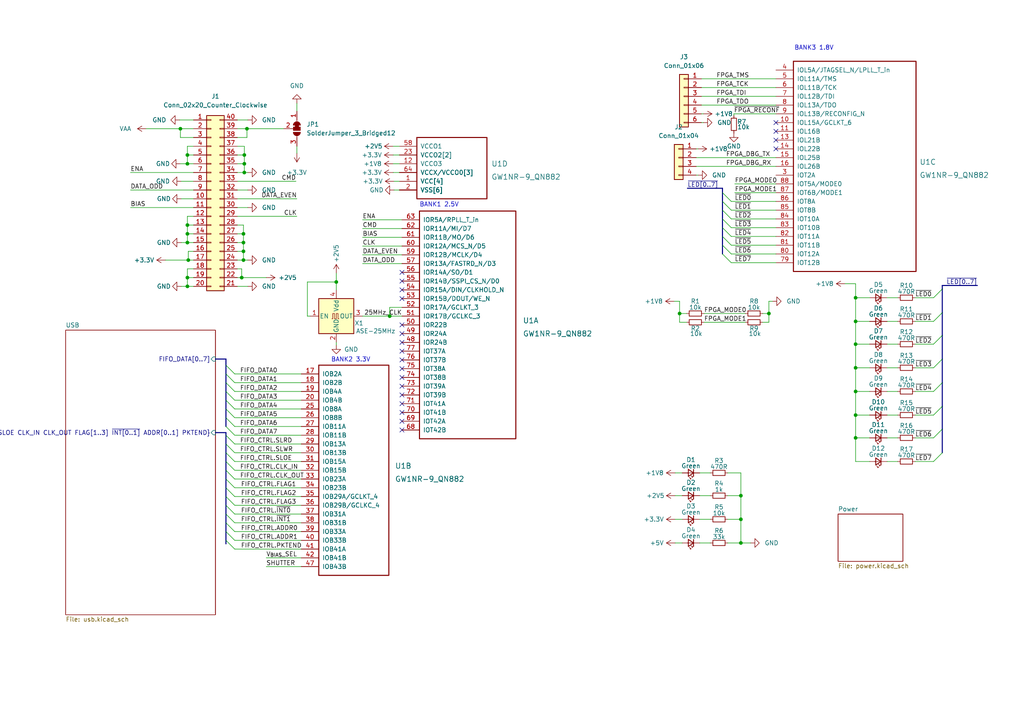
<source format=kicad_sch>
(kicad_sch (version 20211123) (generator eeschema)
  (paper "A4")
  (lib_symbols
    (symbol "Connector_Generic:Conn_01x04" (pin_names (offset 1.016) hide)
      (property "Reference" "J" (at 0 5.08 0))
      (property "Value" "Conn_01x04" (at 0 -7.62 0))
      (symbol "Conn_01x04_1_1"
        (pin passive line (at -5.08 2.54 0) (length 3.81) (name "Pin_1") (number "1"))
        (pin passive line (at -5.08 0 0) (length 3.81) (name "Pin_2") (number "2"))
        (pin passive line (at -5.08 -2.54 0) (length 3.81) (name "Pin_3") (number "3"))
        (pin passive line (at -5.08 -5.08 0) (length 3.81) (name "Pin_4") (number "4"))
      )
    )
    (symbol "Connector_Generic:Conn_01x06" (pin_names (offset 1.016) hide)
      (property "Reference" "J" (at 0 7.62 0))
      (property "Value" "Conn_01x06" (at 0 -10.16 0))
      (symbol "Conn_01x06_1_1"
        (pin passive line (at -5.08 5.08 0) (length 3.81) (name "Pin_1") (number "1"))
        (pin passive line (at -5.08 2.54 0) (length 3.81) (name "Pin_2") (number "2"))
        (pin passive line (at -5.08 0 0) (length 3.81) (name "Pin_3") (number "3"))
        (pin passive line (at -5.08 -2.54 0) (length 3.81) (name "Pin_4") (number "4"))
        (pin passive line (at -5.08 -5.08 0) (length 3.81) (name "Pin_5") (number "5"))
        (pin passive line (at -5.08 -7.62 0) (length 3.81) (name "Pin_6") (number "6"))
      )
    )
    (symbol "Connector_Generic:Conn_02x20_Counter_Clockwise" (pin_names (offset 1.016) hide)
      (property "Reference" "J" (at 1.27 25.4 0))
      (property "Value" "Conn_02x20_Counter_Clockwise" (at 1.27 -27.94 0))
      (symbol "Conn_02x20_Counter_Clockwise_1_1"
        (pin passive line (at -5.08 22.86 0) (length 3.81) (name "Pin_1") (number "1"))
        (pin passive line (at -5.08 0 0) (length 3.81) (name "Pin_10") (number "10"))
        (pin passive line (at -5.08 -2.54 0) (length 3.81) (name "Pin_11") (number "11"))
        (pin passive line (at -5.08 -5.08 0) (length 3.81) (name "Pin_12") (number "12"))
        (pin passive line (at -5.08 -7.62 0) (length 3.81) (name "Pin_13") (number "13"))
        (pin passive line (at -5.08 -10.16 0) (length 3.81) (name "Pin_14") (number "14"))
        (pin passive line (at -5.08 -12.7 0) (length 3.81) (name "Pin_15") (number "15"))
        (pin passive line (at -5.08 -15.24 0) (length 3.81) (name "Pin_16") (number "16"))
        (pin passive line (at -5.08 -17.78 0) (length 3.81) (name "Pin_17") (number "17"))
        (pin passive line (at -5.08 -20.32 0) (length 3.81) (name "Pin_18") (number "18"))
        (pin passive line (at -5.08 -22.86 0) (length 3.81) (name "Pin_19") (number "19"))
        (pin passive line (at -5.08 20.32 0) (length 3.81) (name "Pin_2") (number "2"))
        (pin passive line (at -5.08 -25.4 0) (length 3.81) (name "Pin_20") (number "20"))
        (pin passive line (at 7.62 -25.4 180) (length 3.81) (name "Pin_21") (number "21"))
        (pin passive line (at 7.62 -22.86 180) (length 3.81) (name "Pin_22") (number "22"))
        (pin passive line (at 7.62 -20.32 180) (length 3.81) (name "Pin_23") (number "23"))
        (pin passive line (at 7.62 -17.78 180) (length 3.81) (name "Pin_24") (number "24"))
        (pin passive line (at 7.62 -15.24 180) (length 3.81) (name "Pin_25") (number "25"))
        (pin passive line (at 7.62 -12.7 180) (length 3.81) (name "Pin_26") (number "26"))
        (pin passive line (at 7.62 -10.16 180) (length 3.81) (name "Pin_27") (number "27"))
        (pin passive line (at 7.62 -7.62 180) (length 3.81) (name "Pin_28") (number "28"))
        (pin passive line (at 7.62 -5.08 180) (length 3.81) (name "Pin_29") (number "29"))
        (pin passive line (at -5.08 17.78 0) (length 3.81) (name "Pin_3") (number "3"))
        (pin passive line (at 7.62 -2.54 180) (length 3.81) (name "Pin_30") (number "30"))
        (pin passive line (at 7.62 0 180) (length 3.81) (name "Pin_31") (number "31"))
        (pin passive line (at 7.62 2.54 180) (length 3.81) (name "Pin_32") (number "32"))
        (pin passive line (at 7.62 5.08 180) (length 3.81) (name "Pin_33") (number "33"))
        (pin passive line (at 7.62 7.62 180) (length 3.81) (name "Pin_34") (number "34"))
        (pin passive line (at 7.62 10.16 180) (length 3.81) (name "Pin_35") (number "35"))
        (pin passive line (at 7.62 12.7 180) (length 3.81) (name "Pin_36") (number "36"))
        (pin passive line (at 7.62 15.24 180) (length 3.81) (name "Pin_37") (number "37"))
        (pin passive line (at 7.62 17.78 180) (length 3.81) (name "Pin_38") (number "38"))
        (pin passive line (at 7.62 20.32 180) (length 3.81) (name "Pin_39") (number "39"))
        (pin passive line (at -5.08 15.24 0) (length 3.81) (name "Pin_4") (number "4"))
        (pin passive line (at 7.62 22.86 180) (length 3.81) (name "Pin_40") (number "40"))
        (pin passive line (at -5.08 12.7 0) (length 3.81) (name "Pin_5") (number "5"))
        (pin passive line (at -5.08 10.16 0) (length 3.81) (name "Pin_6") (number "6"))
        (pin passive line (at -5.08 7.62 0) (length 3.81) (name "Pin_7") (number "7"))
        (pin passive line (at -5.08 5.08 0) (length 3.81) (name "Pin_8") (number "8"))
        (pin passive line (at -5.08 2.54 0) (length 3.81) (name "Pin_9") (number "9"))
      )
    )
    (symbol "Device:LED_Small" (pin_numbers hide) (pin_names (offset 0.254) hide)
      (property "Reference" "D" (at -1.27 3.175 0))
      (property "Value" "LED_Small" (at -4.445 -2.54 0))
      (symbol "LED_Small_1_1"
        (pin passive line (at -2.54 0 0) (length 1.778) (name "K") (number "1"))
        (pin passive line (at 2.54 0 180) (length 1.778) (name "A") (number "2"))
      )
    )
    (symbol "Device:R_Small" (pin_numbers hide) (pin_names (offset 0.254) hide)
      (property "Reference" "R" (at 0.762 0.508 0))
      (property "Value" "R_Small" (at 0.762 -1.016 0))
      (symbol "R_Small_1_1"
        (pin passive line (at 0 2.54 270) (length 0.762) (name "~") (number "1"))
        (pin passive line (at 0 -2.54 90) (length 0.762) (name "~") (number "2"))
      )
    )
    (symbol "Jumper:SolderJumper_3_Bridged12" (pin_names (offset 0) hide)
      (property "Reference" "JP" (at -2.54 -2.54 0))
      (property "Value" "SolderJumper_3_Bridged12" (at 0 2.794 0))
      (symbol "SolderJumper_3_Bridged12_1_1"
        (pin passive line (at -5.08 0 0) (length 2.54) (name "A") (number "1"))
        (pin passive line (at 0 -3.81 90) (length 2.54) (name "C") (number "2"))
        (pin passive line (at 5.08 0 180) (length 2.54) (name "B") (number "3"))
      )
    )
    (symbol "Oscillator:ASE-xxxMHz" (pin_names (offset 0.254))
      (property "Reference" "X" (at -5.08 6.35 0))
      (property "Value" "ASE-xxxMHz" (at 1.27 -6.35 0))
      (symbol "ASE-xxxMHz_1_1"
        (pin input line (at -7.62 0 0) (length 2.54) (name "EN") (number "1"))
        (pin power_in line (at 0 -7.62 90) (length 2.54) (name "GND") (number "2"))
        (pin output line (at 7.62 0 180) (length 2.54) (name "OUT") (number "3"))
        (pin power_in line (at 0 7.62 270) (length 2.54) (name "Vdd") (number "4"))
      )
    )
    (symbol "gowin_fpga:GW1NR-9_QN882" (pin_names (offset 1.016))
      (property "Reference" "U" (at 5.08 6.35 0))
      (property "Value" "GW1NR-9_QN882" (at 5.08 3.81 0))
      (symbol "GW1NR-9_QN882_1_1"
        (pin bidirectional line (at 0 -35.56 0) (length 5.08) (name "IOR24B") (number "48"))
        (pin bidirectional line (at 0 -33.02 0) (length 5.08) (name "IOR24A") (number "49"))
        (pin bidirectional line (at 0 -30.48 0) (length 5.08) (name "IOR22B") (number "50"))
        (pin bidirectional line (at 0 -27.94 0) (length 5.08) (name "IOR17B/GCLKC_3") (number "51"))
        (pin bidirectional line (at 0 -25.4 0) (length 5.08) (name "IOR17A/GCLKT_3") (number "52"))
        (pin bidirectional line (at 0 -22.86 0) (length 5.08) (name "IOR15B/DOUT/WE_N") (number "53"))
        (pin bidirectional line (at 0 -20.32 0) (length 5.08) (name "IOR15A/DIN/CLKHOLD_N") (number "54"))
        (pin bidirectional line (at 0 -17.78 0) (length 5.08) (name "IOR14B/SSPI_CS_N/D0") (number "55"))
        (pin bidirectional line (at 0 -15.24 0) (length 5.08) (name "IOR14A/SO/D1") (number "56"))
        (pin bidirectional line (at 0 -12.7 0) (length 5.08) (name "IOR13A/FASTRD_N/D3") (number "57"))
        (pin bidirectional line (at 0 -10.16 0) (length 5.08) (name "IOR12B/MCLK/D4") (number "59"))
        (pin bidirectional line (at 0 -7.62 0) (length 5.08) (name "IOR12A/MCS_N/D5") (number "60"))
        (pin bidirectional line (at 0 -5.08 0) (length 5.08) (name "IOR11B/MO/D6") (number "61"))
        (pin bidirectional line (at 0 -2.54 0) (length 5.08) (name "IOR11A/MI/D7") (number "62"))
        (pin bidirectional line (at 0 0 0) (length 5.08) (name "IOR5A/RPLL_T_in") (number "63"))
        (pin bidirectional line (at 0 -60.96 0) (length 5.08) (name "IOT42B") (number "68"))
        (pin bidirectional line (at 0 -58.42 0) (length 5.08) (name "IOT42A") (number "69"))
        (pin bidirectional line (at 0 -55.88 0) (length 5.08) (name "IOT41B") (number "70"))
        (pin bidirectional line (at 0 -53.34 0) (length 5.08) (name "IOT41A") (number "71"))
        (pin bidirectional line (at 0 -50.8 0) (length 5.08) (name "IOT39B") (number "72"))
        (pin bidirectional line (at 0 -48.26 0) (length 5.08) (name "IOT39A") (number "73"))
        (pin bidirectional line (at 0 -45.72 0) (length 5.08) (name "IOT38B") (number "74"))
        (pin bidirectional line (at 0 -43.18 0) (length 5.08) (name "IOT38A") (number "75"))
        (pin bidirectional line (at 0 -40.64 0) (length 5.08) (name "IOT37B") (number "76"))
        (pin bidirectional line (at 0 -38.1 0) (length 5.08) (name "IOT37A") (number "77"))
      )
      (symbol "GW1NR-9_QN882_2_1"
        (pin bidirectional line (at 0 0 0) (length 5.08) (name "IOB2A") (number "17"))
        (pin bidirectional line (at 0 -2.54 0) (length 5.08) (name "IOB2B") (number "18"))
        (pin bidirectional line (at 0 -5.08 0) (length 5.08) (name "IOB4A") (number "19"))
        (pin bidirectional line (at 0 -7.62 0) (length 5.08) (name "IOB4B") (number "20"))
        (pin bidirectional line (at 0 -10.16 0) (length 5.08) (name "IOB8A") (number "25"))
        (pin bidirectional line (at 0 -12.7 0) (length 5.08) (name "IOB8B") (number "26"))
        (pin bidirectional line (at 0 -15.24 0) (length 5.08) (name "IOB11A") (number "27"))
        (pin bidirectional line (at 0 -17.78 0) (length 5.08) (name "IOB11B") (number "28"))
        (pin bidirectional line (at 0 -20.32 0) (length 5.08) (name "IOB13A") (number "29"))
        (pin bidirectional line (at 0 -22.86 0) (length 5.08) (name "IOB13B") (number "30"))
        (pin bidirectional line (at 0 -25.4 0) (length 5.08) (name "IOB15A") (number "31"))
        (pin bidirectional line (at 0 -27.94 0) (length 5.08) (name "IOB15B") (number "32"))
        (pin bidirectional line (at 0 -30.48 0) (length 5.08) (name "IOB23A") (number "33"))
        (pin bidirectional line (at 0 -33.02 0) (length 5.08) (name "IOB23B") (number "34"))
        (pin bidirectional line (at 0 -35.56 0) (length 5.08) (name "IOB29A/GCLKT_4") (number "35"))
        (pin bidirectional line (at 0 -38.1 0) (length 5.08) (name "IOB29B/GCLKC_4") (number "36"))
        (pin bidirectional line (at 0 -40.64 0) (length 5.08) (name "IOB31A") (number "37"))
        (pin bidirectional line (at 0 -43.18 0) (length 5.08) (name "IOB31B") (number "38"))
        (pin bidirectional line (at 0 -45.72 0) (length 5.08) (name "IOB33A") (number "39"))
        (pin bidirectional line (at 0 -48.26 0) (length 5.08) (name "IOB33B") (number "40"))
        (pin bidirectional line (at 0 -50.8 0) (length 5.08) (name "IOB41A") (number "41"))
        (pin bidirectional line (at 0 -53.34 0) (length 5.08) (name "IOB41B") (number "42"))
        (pin bidirectional line (at 0 -55.88 0) (length 5.08) (name "IOB43B") (number "47"))
      )
      (symbol "GW1NR-9_QN882_3_1"
        (pin bidirectional line (at 0 -15.24 0) (length 5.08) (name "IOL15A/GCLKT_6") (number "10"))
        (pin bidirectional line (at 0 -17.78 0) (length 5.08) (name "IOL16B") (number "11"))
        (pin bidirectional line (at 0 -20.32 0) (length 5.08) (name "IOL21B") (number "13"))
        (pin bidirectional line (at 0 -22.86 0) (length 5.08) (name "IOL22B") (number "14"))
        (pin bidirectional line (at 0 -25.4 0) (length 5.08) (name "IOL25B") (number "15"))
        (pin bidirectional line (at 0 -27.94 0) (length 5.08) (name "IOL26B") (number "16"))
        (pin bidirectional line (at 0 -30.48 0) (length 5.08) (name "IOT2A") (number "3"))
        (pin bidirectional line (at 0 0 0) (length 5.08) (name "IOL5A/JTAGSEL_N/LPLL_T_in") (number "4"))
        (pin bidirectional line (at 0 -2.54 0) (length 5.08) (name "IOL11A/TMS") (number "5"))
        (pin bidirectional line (at 0 -5.08 0) (length 5.08) (name "IOL11B/TCK") (number "6"))
        (pin bidirectional line (at 0 -7.62 0) (length 5.08) (name "IOL12B/TDI") (number "7"))
        (pin bidirectional line (at 0 -55.88 0) (length 5.08) (name "IOT12B") (number "79"))
        (pin bidirectional line (at 0 -10.16 0) (length 5.08) (name "IOL13A/TDO") (number "8"))
        (pin bidirectional line (at 0 -53.34 0) (length 5.08) (name "IOT12A") (number "80"))
        (pin bidirectional line (at 0 -50.8 0) (length 5.08) (name "IOT11B") (number "81"))
        (pin bidirectional line (at 0 -48.26 0) (length 5.08) (name "IOT11A") (number "82"))
        (pin bidirectional line (at 0 -45.72 0) (length 5.08) (name "IOT10B") (number "83"))
        (pin bidirectional line (at 0 -43.18 0) (length 5.08) (name "IOT10A") (number "84"))
        (pin bidirectional line (at 0 -40.64 0) (length 5.08) (name "IOT8B") (number "85"))
        (pin bidirectional line (at 0 -38.1 0) (length 5.08) (name "IOT8A") (number "86"))
        (pin bidirectional line (at 0 -35.56 0) (length 5.08) (name "IOT6B/MODE1") (number "87"))
        (pin bidirectional line (at 0 -33.02 0) (length 5.08) (name "IOT5A/MODE0") (number "88"))
        (pin bidirectional line (at 0 -12.7 0) (length 5.08) (name "IOL13B/RECONFIG_N") (number "9"))
      )
      (symbol "GW1NR-9_QN882_4_1"
        (pin power_in line (at 0 -10.16 0) (length 5.08) (name "VCC[4]") (number "1"))
        (pin power_in line (at 0 -5.08 0) (length 5.08) (name "VCCO3") (number "12"))
        (pin power_in line (at 0 -12.7 0) (length 5.08) (name "VSS[6]") (number "2"))
        (pin power_in line (at 0 -12.7 0) (length 5.08) (name "VSS[6]") (number "21"))
        (pin power_in line (at 0 -10.16 0) (length 5.08) (name "VCC[4]") (number "22"))
        (pin power_in line (at 0 -2.54 0) (length 5.08) (name "VCCO2[2]") (number "23"))
        (pin power_in line (at 0 -12.7 0) (length 5.08) (name "VSS[6]") (number "24"))
        (pin power_in line (at 0 -12.7 0) (length 5.08) (name "VSS[6]") (number "43"))
        (pin power_in line (at 0 -2.54 0) (length 5.08) (name "VCCO2[2]") (number "44"))
        (pin power_in line (at 0 -10.16 0) (length 5.08) (name "VCC[4]") (number "45"))
        (pin power_in line (at 0 -12.7 0) (length 5.08) (name "VSS[6]") (number "46"))
        (pin power_in line (at 0 0 0) (length 5.08) (name "VCCO1") (number "58"))
        (pin power_in line (at 0 -7.62 0) (length 5.08) (name "VCCX/VCCO0[3]") (number "64"))
        (pin power_in line (at 0 -12.7 0) (length 5.08) (name "VSS[6]") (number "65"))
        (pin power_in line (at 0 -10.16 0) (length 5.08) (name "VCC[4]") (number "66"))
        (pin power_in line (at 0 -7.62 0) (length 5.08) (name "VCCX/VCCO0[3]") (number "67"))
        (pin power_in line (at 0 -7.62 0) (length 5.08) (name "VCCX/VCCO0[3]") (number "78"))
      )
    )
    (symbol "power:+1V8" (power) (pin_names (offset 0))
      (property "Value" "+1V8" (at 0 3.556 0))
      (symbol "+1V8_1_1"
        (pin power_in line (at 0 0 90) (length 0) hide (name "+1V8") (number "1"))
      )
    )
    (symbol "power:+2V5" (power) (pin_names (offset 0))
      (property "Value" "+2V5" (at 0 3.556 0))
      (symbol "+2V5_1_1"
        (pin power_in line (at 0 0 90) (length 0) hide (name "+2V5") (number "1"))
      )
    )
    (symbol "power:+3.3V" (power) (pin_names (offset 0))
      (property "Value" "+3.3V" (at 0 3.556 0))
      (symbol "+3.3V_1_1"
        (pin power_in line (at 0 0 90) (length 0) hide (name "+3.3V") (number "1"))
      )
    )
    (symbol "power:+5V" (power) (pin_names (offset 0))
      (property "Value" "+5V" (at 0 3.556 0))
      (symbol "+5V_1_1"
        (pin power_in line (at 0 0 90) (length 0) hide (name "+5V") (number "1"))
      )
    )
    (symbol "power:GND" (power) (pin_names (offset 0))
      (property "Value" "GND" (at 0 -3.81 0))
      (symbol "GND_1_1"
        (pin power_in line (at 0 0 270) (length 0) hide (name "GND") (number "1"))
      )
    )
    (symbol "power:VAA" (power) (pin_names (offset 0))
      (property "Value" "VAA" (at 0 3.81 0))
      (symbol "VAA_1_1"
        (pin power_in line (at 0 0 90) (length 0) hide (name "VAA") (number "1"))
      )
    )
  )
  (junction (at 248.158 127))
  (junction (at 248.158 120.396))
  (junction (at 54.356 65.278))
  (junction (at 70.612 72.898))
  (junction (at 214.884 150.622))
  (junction (at 70.612 67.818))
  (junction (at 54.61 75.438))
  (junction (at 248.158 86.36))
  (junction (at 70.612 70.358))
  (junction (at 52.324 37.338))
  (junction (at 54.356 44.958))
  (junction (at 70.612 75.438))
  (junction (at 248.158 93.218))
  (junction (at 113.03 91.694))
  (junction (at 248.158 99.822))
  (junction (at 214.884 157.48))
  (junction (at 54.356 80.518))
  (junction (at 70.866 44.958))
  (junction (at 54.356 83.058))
  (junction (at 223.012 90.932))
  (junction (at 54.356 70.358))
  (junction (at 54.356 67.818))
  (junction (at 70.104 80.518))
  (junction (at 54.356 47.498))
  (junction (at 248.158 106.68))
  (junction (at 248.158 113.538))
  (junction (at 214.884 143.764))
  (junction (at 70.866 50.038))
  (junction (at 71.628 37.338))
  (junction (at 70.866 47.498))
  (junction (at 97.536 81.788))
  (junction (at 197.104 90.932))
  (no_connect (at 116.586 122.174))
  (no_connect (at 116.586 106.934))
  (no_connect (at 116.586 94.234))
  (no_connect (at 116.586 117.094))
  (no_connect (at 225.044 38.1))
  (no_connect (at 116.586 84.074))
  (no_connect (at 116.586 104.394))
  (no_connect (at 116.586 114.554))
  (no_connect (at 116.586 81.534))
  (no_connect (at 116.586 96.774))
  (no_connect (at 116.586 109.474))
  (no_connect (at 116.586 119.634))
  (no_connect (at 225.044 35.56))
  (no_connect (at 116.586 101.854))
  (no_connect (at 116.586 124.714))
  (no_connect (at 116.586 86.614))
  (no_connect (at 116.586 99.314))
  (no_connect (at 225.044 40.64))
  (no_connect (at 116.586 112.014))
  (no_connect (at 225.044 43.18))
  (no_connect (at 116.586 78.994))
  (bus_entry (at 273.304 97.282) (size -2.54 2.54))
  (bus_entry (at 65.532 156.718) (size 2.54 2.54))
  (bus_entry (at 273.304 104.14) (size -2.54 2.54))
  (bus_entry (at 209.55 68.58) (size 2.54 2.54))
  (bus_entry (at 273.304 124.46) (size -2.54 2.54))
  (bus_entry (at 209.55 71.12) (size 2.54 2.54))
  (bus_entry (at 65.532 123.698) (size 2.54 2.54))
  (bus_entry (at 65.532 116.078) (size 2.54 2.54))
  (bus_entry (at 65.532 128.778) (size 2.54 2.54))
  (bus_entry (at 273.304 131.318) (size -2.54 2.54))
  (bus_entry (at 273.304 110.998) (size -2.54 2.54))
  (bus_entry (at 65.532 118.618) (size 2.54 2.54))
  (bus_entry (at 209.55 58.42) (size 2.54 2.54))
  (bus_entry (at 65.532 133.858) (size 2.54 2.54))
  (bus_entry (at 65.532 113.538) (size 2.54 2.54))
  (bus_entry (at 65.532 136.398) (size 2.54 2.54))
  (bus_entry (at 65.532 154.178) (size 2.54 2.54))
  (bus_entry (at 209.55 73.66) (size 2.54 2.54))
  (bus_entry (at 65.532 105.918) (size 2.54 2.54))
  (bus_entry (at 65.532 121.158) (size 2.54 2.54))
  (bus_entry (at 65.532 126.238) (size 2.54 2.54))
  (bus_entry (at 65.532 141.478) (size 2.54 2.54))
  (bus_entry (at 273.304 83.82) (size -2.54 2.54))
  (bus_entry (at 65.532 108.458) (size 2.54 2.54))
  (bus_entry (at 65.532 131.318) (size 2.54 2.54))
  (bus_entry (at 65.532 138.938) (size 2.54 2.54))
  (bus_entry (at 209.55 55.88) (size 2.54 2.54))
  (bus_entry (at 65.532 149.098) (size 2.54 2.54))
  (bus_entry (at 65.532 146.558) (size 2.54 2.54))
  (bus_entry (at 209.55 63.5) (size 2.54 2.54))
  (bus_entry (at 273.304 117.856) (size -2.54 2.54))
  (bus_entry (at 65.532 144.018) (size 2.54 2.54))
  (bus_entry (at 273.304 90.678) (size -2.54 2.54))
  (bus_entry (at 65.532 151.638) (size 2.54 2.54))
  (bus_entry (at 209.55 60.96) (size 2.54 2.54))
  (bus_entry (at 209.55 66.04) (size 2.54 2.54))
  (bus_entry (at 65.532 110.998) (size 2.54 2.54))
  (wire (pts (xy 248.158 106.68) (xy 248.158 113.538)))
  (wire (pts (xy 77.216 161.798) (xy 87.376 161.798)))
  (wire (pts (xy 211.074 137.16) (xy 214.884 137.16)))
  (wire (pts (xy 204.216 90.932) (xy 216.154 90.932)))
  (wire (pts (xy 68.072 138.938) (xy 87.376 138.938)))
  (wire (pts (xy 248.158 106.68) (xy 252.222 106.68)))
  (wire (pts (xy 105.156 71.374) (xy 116.586 71.374)))
  (wire (pts (xy 114.3 55.118) (xy 115.824 55.118)))
  (wire (pts (xy 68.834 34.798) (xy 71.882 34.798)))
  (wire (pts (xy 248.158 86.36) (xy 248.158 93.218)))
  (wire (pts (xy 68.834 57.658) (xy 86.106 57.658)))
  (wire (pts (xy 257.302 113.538) (xy 260.35 113.538)))
  (bus (pts (xy 65.532 104.14) (xy 65.532 105.918)))
  (wire (pts (xy 105.156 73.914) (xy 116.586 73.914)))
  (wire (pts (xy 265.43 127) (xy 270.764 127)))
  (wire (pts (xy 70.866 42.418) (xy 70.866 44.958)))
  (wire (pts (xy 265.43 133.858) (xy 270.764 133.858)))
  (wire (pts (xy 54.356 70.358) (xy 56.134 70.358)))
  (wire (pts (xy 54.61 75.438) (xy 56.134 75.438)))
  (wire (pts (xy 105.156 68.834) (xy 116.586 68.834)))
  (wire (pts (xy 248.158 127) (xy 252.222 127)))
  (wire (pts (xy 68.834 39.878) (xy 71.628 39.878)))
  (wire (pts (xy 37.846 50.038) (xy 56.134 50.038)))
  (wire (pts (xy 257.302 93.218) (xy 260.35 93.218)))
  (bus (pts (xy 209.55 66.04) (xy 209.55 68.58)))
  (wire (pts (xy 71.628 37.338) (xy 82.296 37.338)))
  (bus (pts (xy 65.532 126.238) (xy 65.532 128.778)))
  (wire (pts (xy 248.158 113.538) (xy 248.158 120.396)))
  (wire (pts (xy 89.154 91.694) (xy 89.916 91.694)))
  (wire (pts (xy 195.834 137.16) (xy 197.866 137.16)))
  (wire (pts (xy 70.866 44.958) (xy 70.866 47.498)))
  (bus (pts (xy 65.532 113.538) (xy 65.532 116.078)))
  (wire (pts (xy 68.072 159.258) (xy 87.376 159.258)))
  (wire (pts (xy 54.356 44.958) (xy 56.134 44.958)))
  (wire (pts (xy 68.834 75.438) (xy 70.612 75.438)))
  (wire (pts (xy 212.852 33.02) (xy 225.044 33.02)))
  (wire (pts (xy 195.834 150.622) (xy 197.866 150.622)))
  (wire (pts (xy 68.834 67.818) (xy 70.612 67.818)))
  (wire (pts (xy 68.072 110.998) (xy 87.376 110.998)))
  (bus (pts (xy 209.55 54.61) (xy 199.39 54.61)))
  (wire (pts (xy 113.03 89.154) (xy 113.03 91.694)))
  (wire (pts (xy 214.884 137.16) (xy 214.884 143.764)))
  (wire (pts (xy 68.072 113.538) (xy 87.376 113.538)))
  (wire (pts (xy 248.158 120.396) (xy 248.158 127)))
  (wire (pts (xy 71.628 37.338) (xy 68.834 37.338)))
  (wire (pts (xy 37.846 55.118) (xy 56.134 55.118)))
  (wire (pts (xy 213.106 55.88) (xy 225.044 55.88)))
  (wire (pts (xy 203.454 22.86) (xy 225.044 22.86)))
  (wire (pts (xy 37.846 60.198) (xy 56.134 60.198)))
  (bus (pts (xy 65.532 138.938) (xy 65.532 141.478)))
  (wire (pts (xy 68.834 62.738) (xy 86.106 62.738)))
  (wire (pts (xy 212.852 33.02) (xy 212.852 33.528)))
  (bus (pts (xy 65.532 131.318) (xy 65.532 133.858)))
  (wire (pts (xy 70.104 80.518) (xy 77.216 80.518)))
  (wire (pts (xy 114.046 44.958) (xy 115.824 44.958)))
  (wire (pts (xy 212.09 60.96) (xy 225.044 60.96)))
  (wire (pts (xy 70.612 72.898) (xy 70.612 75.438)))
  (wire (pts (xy 54.61 72.898) (xy 54.61 75.438)))
  (wire (pts (xy 52.324 47.498) (xy 54.356 47.498)))
  (wire (pts (xy 97.536 99.314) (xy 97.536 100.076)))
  (wire (pts (xy 248.158 120.396) (xy 252.222 120.396)))
  (wire (pts (xy 68.072 118.618) (xy 87.376 118.618)))
  (wire (pts (xy 202.946 150.622) (xy 205.994 150.622)))
  (wire (pts (xy 204.216 93.472) (xy 216.154 93.472)))
  (bus (pts (xy 273.304 97.282) (xy 273.304 104.14)))
  (wire (pts (xy 265.43 113.538) (xy 270.764 113.538)))
  (wire (pts (xy 248.158 93.218) (xy 248.158 99.822)))
  (wire (pts (xy 202.946 143.764) (xy 205.994 143.764)))
  (bus (pts (xy 273.304 82.804) (xy 283.464 82.804)))
  (bus (pts (xy 65.532 121.158) (xy 65.532 123.698)))
  (wire (pts (xy 257.302 133.858) (xy 260.35 133.858)))
  (wire (pts (xy 70.612 65.278) (xy 70.612 67.818)))
  (wire (pts (xy 214.884 150.622) (xy 214.884 157.48)))
  (wire (pts (xy 68.072 133.858) (xy 87.376 133.858)))
  (wire (pts (xy 197.104 93.472) (xy 197.104 90.932)))
  (wire (pts (xy 223.012 87.376) (xy 224.028 87.376)))
  (wire (pts (xy 211.074 150.622) (xy 214.884 150.622)))
  (bus (pts (xy 65.532 154.178) (xy 65.532 156.718)))
  (wire (pts (xy 248.158 133.858) (xy 252.222 133.858)))
  (bus (pts (xy 65.532 133.858) (xy 65.532 136.398)))
  (wire (pts (xy 68.072 151.638) (xy 87.376 151.638)))
  (wire (pts (xy 54.356 62.738) (xy 56.134 62.738)))
  (wire (pts (xy 114.046 42.418) (xy 115.824 42.418)))
  (wire (pts (xy 105.156 76.454) (xy 116.586 76.454)))
  (wire (pts (xy 68.834 65.278) (xy 70.612 65.278)))
  (wire (pts (xy 68.834 72.898) (xy 70.612 72.898)))
  (wire (pts (xy 56.134 42.418) (xy 54.356 42.418)))
  (bus (pts (xy 273.304 124.46) (xy 273.304 131.318)))
  (bus (pts (xy 273.304 83.82) (xy 273.304 90.678)))
  (wire (pts (xy 113.03 91.694) (xy 116.586 91.694)))
  (bus (pts (xy 65.532 136.398) (xy 65.532 138.938)))
  (wire (pts (xy 248.158 99.822) (xy 252.222 99.822)))
  (wire (pts (xy 203.454 25.4) (xy 225.044 25.4)))
  (wire (pts (xy 68.834 47.498) (xy 70.866 47.498)))
  (wire (pts (xy 223.012 93.472) (xy 223.012 90.932)))
  (bus (pts (xy 65.532 156.718) (xy 65.532 157.734)))
  (wire (pts (xy 52.324 37.338) (xy 56.134 37.338)))
  (bus (pts (xy 65.532 146.558) (xy 65.532 149.098)))
  (wire (pts (xy 195.834 143.764) (xy 197.866 143.764)))
  (bus (pts (xy 209.55 58.42) (xy 209.55 60.96)))
  (bus (pts (xy 62.484 104.14) (xy 65.532 104.14)))
  (wire (pts (xy 68.834 55.118) (xy 71.882 55.118)))
  (wire (pts (xy 211.074 143.764) (xy 214.884 143.764)))
  (wire (pts (xy 54.356 65.278) (xy 56.134 65.278)))
  (wire (pts (xy 70.866 50.038) (xy 71.882 50.038)))
  (wire (pts (xy 221.234 90.932) (xy 223.012 90.932)))
  (wire (pts (xy 42.418 37.338) (xy 52.324 37.338)))
  (wire (pts (xy 105.156 91.694) (xy 113.03 91.694)))
  (wire (pts (xy 68.072 141.478) (xy 87.376 141.478)))
  (wire (pts (xy 248.158 82.296) (xy 248.158 86.36)))
  (bus (pts (xy 209.55 55.88) (xy 209.55 58.42)))
  (bus (pts (xy 65.532 118.618) (xy 65.532 121.158)))
  (bus (pts (xy 65.532 110.998) (xy 65.532 113.538)))
  (wire (pts (xy 114.046 47.498) (xy 115.824 47.498)))
  (wire (pts (xy 265.43 99.822) (xy 270.764 99.822)))
  (wire (pts (xy 214.884 143.764) (xy 214.884 150.622)))
  (wire (pts (xy 265.43 120.396) (xy 270.764 120.396)))
  (wire (pts (xy 265.43 93.218) (xy 270.764 93.218)))
  (wire (pts (xy 116.586 89.154) (xy 113.03 89.154)))
  (wire (pts (xy 257.302 106.68) (xy 260.35 106.68)))
  (bus (pts (xy 65.532 141.478) (xy 65.532 144.018)))
  (wire (pts (xy 71.628 39.878) (xy 71.628 37.338)))
  (wire (pts (xy 68.072 146.558) (xy 87.376 146.558)))
  (bus (pts (xy 209.55 63.5) (xy 209.55 66.04)))
  (wire (pts (xy 77.216 164.338) (xy 87.376 164.338)))
  (wire (pts (xy 54.356 44.958) (xy 54.356 47.498)))
  (wire (pts (xy 213.106 53.34) (xy 225.044 53.34)))
  (wire (pts (xy 212.09 71.12) (xy 225.044 71.12)))
  (wire (pts (xy 52.578 83.058) (xy 54.356 83.058)))
  (wire (pts (xy 197.104 90.932) (xy 197.104 87.376)))
  (wire (pts (xy 68.834 60.198) (xy 71.882 60.198)))
  (wire (pts (xy 265.43 86.36) (xy 270.764 86.36)))
  (wire (pts (xy 212.09 76.2) (xy 225.044 76.2)))
  (bus (pts (xy 273.304 110.998) (xy 273.304 117.856)))
  (wire (pts (xy 212.09 68.58) (xy 225.044 68.58)))
  (wire (pts (xy 248.158 86.36) (xy 252.222 86.36)))
  (bus (pts (xy 209.55 54.61) (xy 209.55 55.88)))
  (wire (pts (xy 203.454 35.56) (xy 203.962 35.56)))
  (wire (pts (xy 197.104 90.932) (xy 199.136 90.932)))
  (wire (pts (xy 54.356 67.818) (xy 54.356 70.358)))
  (wire (pts (xy 248.158 93.218) (xy 252.222 93.218)))
  (bus (pts (xy 65.532 149.098) (xy 65.532 151.638)))
  (wire (pts (xy 201.93 48.26) (xy 225.044 48.26)))
  (wire (pts (xy 257.302 120.396) (xy 260.35 120.396)))
  (wire (pts (xy 221.234 93.472) (xy 223.012 93.472)))
  (wire (pts (xy 68.834 52.578) (xy 85.852 52.578)))
  (wire (pts (xy 68.072 136.398) (xy 87.376 136.398)))
  (bus (pts (xy 209.55 68.58) (xy 209.55 71.12)))
  (wire (pts (xy 54.356 83.058) (xy 56.134 83.058)))
  (bus (pts (xy 209.55 71.12) (xy 209.55 73.66)))
  (bus (pts (xy 209.55 60.96) (xy 209.55 63.5)))
  (bus (pts (xy 62.484 125.476) (xy 65.532 125.476)))
  (wire (pts (xy 201.93 50.8) (xy 202.438 50.8)))
  (wire (pts (xy 54.356 65.278) (xy 54.356 67.818)))
  (bus (pts (xy 65.532 144.018) (xy 65.532 146.558)))
  (wire (pts (xy 214.884 157.48) (xy 217.678 157.48)))
  (wire (pts (xy 68.834 42.418) (xy 70.866 42.418)))
  (wire (pts (xy 56.134 39.878) (xy 52.324 39.878)))
  (bus (pts (xy 273.304 82.804) (xy 273.304 83.82)))
  (wire (pts (xy 68.072 144.018) (xy 87.376 144.018)))
  (bus (pts (xy 273.304 104.14) (xy 273.304 110.998)))
  (wire (pts (xy 86.106 29.972) (xy 86.106 32.258)))
  (wire (pts (xy 202.946 157.48) (xy 205.994 157.48)))
  (wire (pts (xy 97.536 79.248) (xy 97.536 81.788)))
  (wire (pts (xy 201.93 43.18) (xy 202.438 43.18)))
  (wire (pts (xy 52.578 52.578) (xy 56.134 52.578)))
  (wire (pts (xy 197.104 87.376) (xy 195.58 87.376)))
  (wire (pts (xy 202.946 137.16) (xy 205.994 137.16)))
  (bus (pts (xy 65.532 105.918) (xy 65.532 108.458)))
  (wire (pts (xy 68.834 83.058) (xy 71.882 83.058)))
  (wire (pts (xy 199.136 93.472) (xy 197.104 93.472)))
  (bus (pts (xy 65.532 128.778) (xy 65.532 131.318)))
  (wire (pts (xy 105.156 63.754) (xy 116.586 63.754)))
  (wire (pts (xy 203.454 27.94) (xy 225.044 27.94)))
  (wire (pts (xy 54.356 77.978) (xy 54.356 80.518)))
  (wire (pts (xy 70.612 70.358) (xy 70.612 72.898)))
  (bus (pts (xy 65.532 125.476) (xy 65.532 126.238)))
  (wire (pts (xy 54.356 67.818) (xy 56.134 67.818)))
  (wire (pts (xy 68.072 156.718) (xy 87.376 156.718)))
  (wire (pts (xy 257.302 86.36) (xy 260.35 86.36)))
  (wire (pts (xy 212.09 73.66) (xy 225.044 73.66)))
  (wire (pts (xy 203.454 30.48) (xy 225.044 30.48)))
  (wire (pts (xy 68.834 70.358) (xy 70.612 70.358)))
  (wire (pts (xy 52.578 57.658) (xy 56.134 57.658)))
  (wire (pts (xy 52.578 70.358) (xy 54.356 70.358)))
  (bus (pts (xy 65.532 116.078) (xy 65.532 118.618)))
  (wire (pts (xy 105.156 66.294) (xy 116.586 66.294)))
  (wire (pts (xy 68.072 116.078) (xy 87.376 116.078)))
  (wire (pts (xy 54.356 80.518) (xy 56.134 80.518)))
  (wire (pts (xy 54.356 62.738) (xy 54.356 65.278)))
  (wire (pts (xy 248.158 127) (xy 248.158 133.858)))
  (wire (pts (xy 48.006 75.438) (xy 54.61 75.438)))
  (bus (pts (xy 273.304 117.856) (xy 273.304 124.46)))
  (wire (pts (xy 211.074 157.48) (xy 214.884 157.48)))
  (wire (pts (xy 68.834 44.958) (xy 70.866 44.958)))
  (wire (pts (xy 70.612 67.818) (xy 70.612 70.358)))
  (wire (pts (xy 68.072 123.698) (xy 87.376 123.698)))
  (wire (pts (xy 54.356 47.498) (xy 56.134 47.498)))
  (bus (pts (xy 65.532 151.638) (xy 65.532 154.178)))
  (bus (pts (xy 273.304 90.678) (xy 273.304 97.282)))
  (wire (pts (xy 68.834 77.978) (xy 70.104 77.978)))
  (wire (pts (xy 70.104 77.978) (xy 70.104 80.518)))
  (wire (pts (xy 68.834 50.038) (xy 70.866 50.038)))
  (wire (pts (xy 68.072 121.158) (xy 87.376 121.158)))
  (wire (pts (xy 257.302 99.822) (xy 260.35 99.822)))
  (wire (pts (xy 212.09 63.5) (xy 225.044 63.5)))
  (wire (pts (xy 212.09 66.04) (xy 225.044 66.04)))
  (wire (pts (xy 203.454 33.02) (xy 203.962 33.02)))
  (wire (pts (xy 68.072 131.318) (xy 87.376 131.318)))
  (wire (pts (xy 97.536 81.788) (xy 89.154 81.788)))
  (wire (pts (xy 212.09 58.42) (xy 225.044 58.42)))
  (wire (pts (xy 89.154 81.788) (xy 89.154 91.694)))
  (wire (pts (xy 68.072 126.238) (xy 87.376 126.238)))
  (wire (pts (xy 56.134 72.898) (xy 54.61 72.898)))
  (wire (pts (xy 56.134 77.978) (xy 54.356 77.978)))
  (wire (pts (xy 70.612 75.438) (xy 71.882 75.438)))
  (wire (pts (xy 54.356 80.518) (xy 54.356 83.058)))
  (wire (pts (xy 68.072 108.458) (xy 87.376 108.458)))
  (wire (pts (xy 248.158 99.822) (xy 248.158 106.68)))
  (wire (pts (xy 248.158 113.538) (xy 252.222 113.538)))
  (wire (pts (xy 70.866 47.498) (xy 70.866 50.038)))
  (wire (pts (xy 97.536 81.788) (xy 97.536 84.074)))
  (wire (pts (xy 245.11 82.296) (xy 248.158 82.296)))
  (wire (pts (xy 86.106 42.418) (xy 86.106 44.45)))
  (wire (pts (xy 70.104 80.518) (xy 68.834 80.518)))
  (wire (pts (xy 265.43 106.68) (xy 270.764 106.68)))
  (wire (pts (xy 52.324 39.878) (xy 52.324 37.338)))
  (wire (pts (xy 114.3 52.578) (xy 115.824 52.578)))
  (wire (pts (xy 114.046 50.038) (xy 115.824 50.038)))
  (bus (pts (xy 65.532 108.458) (xy 65.532 110.998)))
  (wire (pts (xy 54.356 42.418) (xy 54.356 44.958)))
  (wire (pts (xy 195.834 157.48) (xy 197.866 157.48)))
  (wire (pts (xy 68.072 128.778) (xy 87.376 128.778)))
  (wire (pts (xy 68.072 154.178) (xy 87.376 154.178)))
  (wire (pts (xy 257.302 127) (xy 260.35 127)))
  (wire (pts (xy 223.012 90.932) (xy 223.012 87.376)))
  (wire (pts (xy 201.93 45.72) (xy 225.044 45.72)))
  (wire (pts (xy 52.07 34.798) (xy 56.134 34.798)))
  (wire (pts (xy 68.072 149.098) (xy 87.376 149.098)))
  (text "BANK3 1.8V" (at 230.378 14.732 0) (effects (font (size 1.27 1.27)) (justify left bottom)))
  (text "BANK1 2.5V\n" (at 121.666 60.198 0) (effects (font (size 1.27 1.27)) (justify left bottom)))
  (text "BANK2 3.3V" (at 96.012 105.156 0) (effects (font (size 1.27 1.27)) (justify left bottom)))
  (label "~{LED5}" (at 217.932 71.12 180))
  (label "FIFO_CTRL.CLK_IN" (at 69.596 136.398 0))
  (label "~{LED0}" (at 265.43 86.36 0))
  (label "FIFO_CTRL.PKTEND" (at 69.85 159.258 0))
  (label "FIFO_CTRL.SLWR" (at 69.596 131.318 0))
  (label "~{LED2}" (at 217.932 63.5 180))
  (label "FIFO_DATA3" (at 69.596 116.078 0))
  (label "DATA_ODD" (at 37.846 55.118 0))
  (label "FIFO_CTRL.CLK_OUT" (at 69.596 138.938 0))
  (label "FPGA_DBG_TX" (at 210.566 45.72 0))
  (label "FIFO_CTRL.~{INT1}" (at 69.85 151.638 0))
  (label "BIAS" (at 37.846 60.198 0))
  (label "FPGA_TMS" (at 207.772 22.86 0))
  (label "BIAS" (at 105.156 68.834 0))
  (label "~{LED[0..7]}" (at 199.39 54.61 0))
  (label "FIFO_DATA1" (at 69.596 110.998 0))
  (label "FPGA_MODE0" (at 204.216 90.932 0))
  (label "~{LED[0..7]}" (at 283.464 82.804 180))
  (label "DATA_EVEN" (at 105.156 73.914 0))
  (label "~{LED4}" (at 217.932 68.58 180))
  (label "25MHz_CLK" (at 116.586 91.694 180))
  (label "~{LED6}" (at 217.932 73.66 180))
  (label "FIFO_CTRL.FLAG3" (at 69.85 146.558 0))
  (label "~{LED2}" (at 265.43 99.822 0))
  (label "DATA_EVEN" (at 86.106 57.658 180))
  (label "FIFO_CTRL.SLOE" (at 69.596 133.858 0))
  (label "~{LED1}" (at 217.932 60.96 180))
  (label "~{LED3}" (at 265.43 106.68 0))
  (label "FIFO_CTRL.~{INT0}" (at 69.85 149.098 0))
  (label "DATA_ODD" (at 105.156 76.454 0))
  (label "FPGA_MODE0" (at 213.106 53.34 0))
  (label "~{FPGA_RECONF}" (at 212.852 33.02 0))
  (label "FPGA_TDO" (at 207.772 30.48 0))
  (label "FPGA_MODE1" (at 213.106 55.88 0))
  (label "~{LED6}" (at 265.43 127 0))
  (label "FIFO_CTRL.ADDR0" (at 69.85 154.178 0))
  (label "FIFO_CTRL.ADDR1" (at 69.85 156.718 0))
  (label "CLK" (at 86.106 62.738 180))
  (label "FIFO_DATA5" (at 69.596 121.158 0))
  (label "~{LED4}" (at 265.43 113.538 0))
  (label "FIFO_DATA0" (at 69.596 108.458 0))
  (label "ENA" (at 37.846 50.038 0))
  (label "CLK" (at 105.156 71.374 0))
  (label "FIFO_CTRL.SLRD" (at 69.596 128.778 0))
  (label "~{LED7}" (at 265.43 133.858 0))
  (label "~{LED3}" (at 217.932 66.04 180))
  (label "FIFO_DATA2" (at 69.596 113.538 0))
  (label "~{LED0}" (at 217.932 58.42 180))
  (label "FPGA_DBG_RX" (at 210.566 48.26 0))
  (label "CMD" (at 85.852 52.578 180))
  (label "FIFO_DATA4" (at 69.596 118.618 0))
  (label "~{LED7}" (at 217.932 76.2 180))
  (label "~{LED1}" (at 265.43 93.218 0))
  (label "FPGA_TDI" (at 207.772 27.94 0))
  (label "V_{BIAS}_SEL" (at 77.216 161.798 0))
  (label "FIFO_DATA6" (at 69.596 123.698 0))
  (label "FPGA_MODE1" (at 204.216 93.472 0))
  (label "SHUTTER" (at 77.216 164.338 0))
  (label "FIFO_DATA7" (at 69.596 126.238 0))
  (label "ENA" (at 105.156 63.754 0))
  (label "FIFO_CTRL.FLAG1" (at 69.85 141.478 0))
  (label "~{LED5}" (at 265.43 120.396 0))
  (label "FPGA_TCK" (at 207.772 25.4 0))
  (label "CMD" (at 105.156 66.294 0))
  (label "FIFO_CTRL.FLAG2" (at 69.85 144.018 0))
  (symbol (lib_id "power:GND") (at 114.3 55.118 270) (unit 1)
    (property "Reference" "#PWR025" (effects hide))
    (property "Value" "GND" (at 107.188 55.118 90) (effects (justify left)))
  )
  (symbol (lib_id "power:VAA") (at 42.418 37.338 90) (unit 1)
    (property "Reference" "#PWR01" (effects hide))
    (property "Value" "VAA" (at 38.1 37.3379 90) (effects (justify left)))
  )
  (symbol (lib_id "power:GND") (at 71.882 75.438 90) (unit 1)
    (property "Reference" "#PWR013" (effects hide))
    (property "Value" "GND" (at 75.946 75.4379 90) (effects (justify right)))
  )
  (symbol (lib_id "power:GND") (at 52.578 83.058 270) (unit 1)
    (property "Reference" "#PWR08" (effects hide))
    (property "Value" "GND" (at 45.466 83.058 90) (effects (justify left)))
  )
  (symbol (lib_id "Device:LED_Small") (at 200.406 157.48 180) (unit 1)
    (property "Reference" "D4" (at 200.406 153.67 0))
    (property "Value" "Green" (at 200.406 155.448 0))
    (property "Footprint" "LED_SMD:LED_0402_1005Metric" (effects hide))
  )
  (symbol (lib_id "power:GND") (at 224.028 87.376 90) (unit 1)
    (property "Reference" "#PWR037" (effects hide))
    (property "Value" "GND" (at 228.092 87.3759 90) (effects (justify right)))
  )
  (symbol (lib_id "power:GND") (at 212.852 38.608 0) (unit 1)
    (property "Reference" "#PWR035" (effects hide))
    (property "Value" "GND" (at 210.82 42.418 0) (effects (justify left)))
  )
  (symbol (lib_id "Device:R_Small") (at 262.89 127 90) (unit 1)
    (property "Reference" "R16" (at 262.89 123.444 90))
    (property "Value" "470R" (at 262.89 125.222 90))
    (property "Footprint" "Resistor_SMD:R_0402_1005Metric" (effects hide))
  )
  (symbol (lib_id "power:+2V5") (at 195.834 143.764 90) (unit 1)
    (property "Reference" "#PWR028" (effects hide))
    (property "Value" "+2V5" (at 187.452 143.764 90) (effects (justify right)))
  )
  (symbol (lib_id "power:GND") (at 71.882 55.118 90) (unit 1)
    (property "Reference" "#PWR011" (effects hide))
    (property "Value" "GND" (at 75.946 55.1179 90) (effects (justify right)))
  )
  (symbol (lib_id "Connector_Generic:Conn_01x06") (at 198.374 27.94 0) (mirror y) (unit 1)
    (property "Reference" "J3" (at 198.374 16.51 0))
    (property "Value" "Conn_01x06" (at 198.374 19.05 0))
    (property "Footprint" "Connector_PinHeader_2.54mm:PinHeader_1x06_P2.54mm_Vertical" (effects hide))
  )
  (symbol (lib_id "power:+2V5") (at 77.216 80.518 270) (unit 1)
    (property "Reference" "#PWR015" (effects hide))
    (property "Value" "+2V5" (at 80.772 80.5179 90) (effects (justify left)))
  )
  (symbol (lib_id "power:GND") (at 52.324 47.498 270) (unit 1)
    (property "Reference" "#PWR04" (effects hide))
    (property "Value" "GND" (at 45.212 47.498 90) (effects (justify left)))
  )
  (symbol (lib_id "Device:R_Small") (at 218.694 90.932 90) (unit 1)
    (property "Reference" "R8" (at 218.694 87.376 90))
    (property "Value" "10k" (at 218.694 89.154 90))
    (property "Footprint" "Resistor_SMD:R_0402_1005Metric" (effects hide))
  )
  (symbol (lib_id "power:+3.3V") (at 86.106 44.45 180) (unit 1)
    (property "Reference" "#PWR017" (effects hide))
    (property "Value" "+3.3V" (at 86.106 50.038 0))
  )
  (symbol (lib_id "gowin_fpga:GW1NR-9_QN882") (at 225.044 20.32 0) (unit 3)
    (property "Reference" "U1" (at 266.7 46.99 0) (effects (font (size 1.524 1.524)) (justify left)))
    (property "Value" "GW1NR-9_QN882" (at 266.7 50.8 0) (effects (font (size 1.524 1.524)) (justify left)))
    (property "Footprint" "Custom:QFN-88_EP_10x10_Pitch0.4mm" (effects hide))
    (property "desc" "GW1NR-9_QN882" (effects hide))
  )
  (symbol (lib_id "Device:R_Small") (at 262.89 133.858 90) (unit 1)
    (property "Reference" "R17" (at 262.89 130.302 90))
    (property "Value" "470R" (at 262.89 132.08 90))
    (property "Footprint" "Resistor_SMD:R_0402_1005Metric" (effects hide))
  )
  (symbol (lib_id "power:+2V5") (at 114.046 42.418 90) (unit 1)
    (property "Reference" "#PWR020" (effects hide))
    (property "Value" "+2V5" (at 105.664 42.418 90) (effects (justify right)))
  )
  (symbol (lib_id "power:GND") (at 52.07 34.798 270) (unit 1)
    (property "Reference" "#PWR03" (effects hide))
    (property "Value" "GND" (at 48.26 34.7979 90) (effects (justify right)))
  )
  (symbol (lib_id "gowin_fpga:GW1NR-9_QN882") (at 87.376 108.458 0) (unit 2)
    (property "Reference" "U1" (at 114.554 135.128 0) (effects (font (size 1.524 1.524)) (justify left)))
    (property "Value" "GW1NR-9_QN882" (at 114.554 138.938 0) (effects (font (size 1.524 1.524)) (justify left)))
    (property "Footprint" "Custom:QFN-88_EP_10x10_Pitch0.4mm" (effects hide))
    (property "desc" "GW1NR-9_QN882" (effects hide))
  )
  (symbol (lib_id "Device:R_Small") (at 208.534 137.16 90) (unit 1)
    (property "Reference" "R3" (at 208.534 133.604 90))
    (property "Value" "470R" (at 208.534 135.382 90))
    (property "Footprint" "Resistor_SMD:R_0402_1005Metric" (effects hide))
  )
  (symbol (lib_id "Device:R_Small") (at 262.89 86.36 90) (unit 1)
    (property "Reference" "R10" (at 262.89 82.804 90))
    (property "Value" "470R" (at 262.89 84.582 90))
    (property "Footprint" "Resistor_SMD:R_0402_1005Metric" (effects hide))
  )
  (symbol (lib_id "power:+2V5") (at 97.536 79.248 0) (unit 1)
    (property "Reference" "#PWR018" (effects hide))
    (property "Value" "+2V5" (at 97.536 70.866 90) (effects (justify right)))
  )
  (symbol (lib_id "power:GND") (at 52.578 57.658 270) (unit 1)
    (property "Reference" "#PWR06" (effects hide))
    (property "Value" "GND" (at 45.466 57.658 90) (effects (justify left)))
  )
  (symbol (lib_id "power:+5V") (at 195.834 157.48 90) (unit 1)
    (property "Reference" "#PWR030" (effects hide))
    (property "Value" "+5V" (at 188.468 157.48 90) (effects (justify right)))
  )
  (symbol (lib_id "Device:LED_Small") (at 200.406 137.16 180) (unit 1)
    (property "Reference" "D1" (at 200.406 133.35 0))
    (property "Value" "Green" (at 200.406 135.128 0))
    (property "Footprint" "LED_SMD:LED_0402_1005Metric" (effects hide))
  )
  (symbol (lib_id "power:+3.3V") (at 114.046 44.958 90) (unit 1)
    (property "Reference" "#PWR021" (effects hide))
    (property "Value" "+3.3V" (at 104.902 44.958 90) (effects (justify right)))
  )
  (symbol (lib_id "Device:R_Small") (at 218.694 93.472 90) (unit 1)
    (property "Reference" "R9" (at 218.694 95.25 90))
    (property "Value" "10k" (at 218.948 96.774 90))
    (property "Footprint" "Resistor_SMD:R_0402_1005Metric" (effects hide))
  )
  (symbol (lib_id "Device:R_Small") (at 208.534 150.622 90) (unit 1)
    (property "Reference" "R5" (at 208.534 147.066 90))
    (property "Value" "10k" (at 208.534 148.844 90))
    (property "Footprint" "Resistor_SMD:R_0402_1005Metric" (effects hide))
  )
  (symbol (lib_id "power:+1V8") (at 195.58 87.376 90) (unit 1)
    (property "Reference" "#PWR026" (effects hide))
    (property "Value" "+1V8" (at 192.278 87.3759 90) (effects (justify left)))
  )
  (symbol (lib_id "power:GND") (at 71.882 50.038 90) (unit 1)
    (property "Reference" "#PWR010" (effects hide))
    (property "Value" "GND" (at 75.946 50.0379 90) (effects (justify right)))
  )
  (symbol (lib_id "power:GND") (at 97.536 100.076 0) (unit 1)
    (property "Reference" "#PWR019" (effects hide))
    (property "Value" "GND" (at 99.822 101.3459 0) (effects (justify left)))
  )
  (symbol (lib_id "power:+3.3V") (at 195.834 150.622 90) (unit 1)
    (property "Reference" "#PWR029" (effects hide))
    (property "Value" "+3.3V" (at 186.69 150.622 90) (effects (justify right)))
  )
  (symbol (lib_id "power:+1V8") (at 203.962 33.02 270) (unit 1)
    (property "Reference" "#PWR033" (effects hide))
    (property "Value" "+1V8" (at 207.264 33.0199 90) (effects (justify left)))
  )
  (symbol (lib_id "Jumper:SolderJumper_3_Bridged12") (at 86.106 37.338 270) (unit 1)
    (property "Reference" "JP1" (at 88.9 36.0679 90) (effects (justify left)))
    (property "Value" "SolderJumper_3_Bridged12" (at 88.9 38.6079 90) (effects (justify left)))
    (property "Footprint" "Jumper:SolderJumper-3_P1.3mm_Bridged2Bar12_RoundedPad1.0x1.5mm_NumberLabels" (effects hide))
  )
  (symbol (lib_id "Device:R_Small") (at 262.89 120.396 90) (unit 1)
    (property "Reference" "R15" (at 262.89 116.84 90))
    (property "Value" "470R" (at 262.89 118.618 90))
    (property "Footprint" "Resistor_SMD:R_0402_1005Metric" (effects hide))
  )
  (symbol (lib_id "Device:R_Small") (at 262.89 93.218 90) (unit 1)
    (property "Reference" "R11" (at 262.89 89.662 90))
    (property "Value" "470R" (at 262.89 91.44 90))
    (property "Footprint" "Resistor_SMD:R_0402_1005Metric" (effects hide))
  )
  (symbol (lib_id "Device:LED_Small") (at 254.762 113.538 180) (unit 1)
    (property "Reference" "D9" (at 254.762 109.728 0))
    (property "Value" "Green" (at 254.762 111.506 0))
    (property "Footprint" "LED_SMD:LED_0402_1005Metric" (effects hide))
  )
  (symbol (lib_id "Device:R_Small") (at 212.852 36.068 0) (unit 1)
    (property "Reference" "R7" (at 215.138 35.306 0))
    (property "Value" "10k" (at 215.646 36.83 0))
    (property "Footprint" "Resistor_SMD:R_0402_1005Metric" (effects hide))
  )
  (symbol (lib_id "power:GND") (at 86.106 29.972 180) (unit 1)
    (property "Reference" "#PWR016" (effects hide))
    (property "Value" "GND" (at 86.106 24.892 0))
  )
  (symbol (lib_id "Device:LED_Small") (at 254.762 93.218 180) (unit 1)
    (property "Reference" "D6" (at 254.762 89.408 0))
    (property "Value" "Green" (at 254.762 91.186 0))
    (property "Footprint" "LED_SMD:LED_0402_1005Metric" (effects hide))
  )
  (symbol (lib_id "Device:R_Small") (at 208.534 143.764 90) (unit 1)
    (property "Reference" "R4" (at 208.534 140.208 90))
    (property "Value" "1k" (at 208.534 141.986 90))
    (property "Footprint" "Resistor_SMD:R_0402_1005Metric" (effects hide))
  )
  (symbol (lib_id "power:GND") (at 52.578 70.358 270) (unit 1)
    (property "Reference" "#PWR07" (effects hide))
    (property "Value" "GND" (at 45.466 70.358 90) (effects (justify left)))
  )
  (symbol (lib_id "Device:LED_Small") (at 254.762 133.858 180) (unit 1)
    (property "Reference" "D12" (at 254.762 130.048 0))
    (property "Value" "Green" (at 254.762 131.826 0))
    (property "Footprint" "LED_SMD:LED_0402_1005Metric" (effects hide))
  )
  (symbol (lib_id "Device:LED_Small") (at 254.762 127 180) (unit 1)
    (property "Reference" "D11" (at 254.762 123.19 0))
    (property "Value" "Green" (at 254.762 124.968 0))
    (property "Footprint" "LED_SMD:LED_0402_1005Metric" (effects hide))
  )
  (symbol (lib_id "Device:LED_Small") (at 254.762 99.822 180) (unit 1)
    (property "Reference" "D7" (at 254.762 96.012 0))
    (property "Value" "Green" (at 254.762 97.79 0))
    (property "Footprint" "LED_SMD:LED_0402_1005Metric" (effects hide))
  )
  (symbol (lib_id "Device:R_Small") (at 262.89 113.538 90) (unit 1)
    (property "Reference" "R14" (at 262.89 109.982 90))
    (property "Value" "470R" (at 262.89 111.76 90))
    (property "Footprint" "Resistor_SMD:R_0402_1005Metric" (effects hide))
  )
  (symbol (lib_id "Device:LED_Small") (at 200.406 143.764 180) (unit 1)
    (property "Reference" "D2" (at 200.406 139.954 0))
    (property "Value" "Green" (at 200.406 141.732 0))
    (property "Footprint" "LED_SMD:LED_0402_1005Metric" (effects hide))
  )
  (symbol (lib_id "Device:LED_Small") (at 200.406 150.622 180) (unit 1)
    (property "Reference" "D3" (at 200.406 146.812 0))
    (property "Value" "Green" (at 200.406 148.59 0))
    (property "Footprint" "LED_SMD:LED_0402_1005Metric" (effects hide))
  )
  (symbol (lib_id "power:GND") (at 202.438 50.8 90) (unit 1)
    (property "Reference" "#PWR032" (effects hide))
    (property "Value" "GND" (at 206.502 50.7999 90) (effects (justify right)))
  )
  (symbol (lib_id "power:+3.3V") (at 114.3 52.578 90) (unit 1)
    (property "Reference" "#PWR024" (effects hide))
    (property "Value" "+3.3V" (at 105.156 52.578 90) (effects (justify right)))
  )
  (symbol (lib_id "power:+3.3V") (at 48.006 75.438 90) (unit 1)
    (property "Reference" "#PWR02" (effects hide))
    (property "Value" "+3.3V" (at 38.862 75.438 90) (effects (justify right)))
  )
  (symbol (lib_id "Device:R_Small") (at 262.89 99.822 90) (unit 1)
    (property "Reference" "R12" (at 262.89 96.266 90))
    (property "Value" "470R" (at 262.89 98.044 90))
    (property "Footprint" "Resistor_SMD:R_0402_1005Metric" (effects hide))
  )
  (symbol (lib_id "power:+1V8") (at 245.11 82.296 90) (unit 1)
    (property "Reference" "#PWR038" (effects hide))
    (property "Value" "+1V8" (at 241.808 82.2959 90) (effects (justify left)))
  )
  (symbol (lib_id "power:+1V8") (at 202.438 43.18 270) (unit 1)
    (property "Reference" "#PWR031" (effects hide))
    (property "Value" "+1V8" (at 205.74 43.1799 90) (effects (justify left)))
  )
  (symbol (lib_id "power:GND") (at 217.678 157.48 90) (unit 1)
    (property "Reference" "#PWR036" (effects hide))
    (property "Value" "GND" (at 221.742 157.4799 90) (effects (justify right)))
  )
  (symbol (lib_id "Device:R_Small") (at 201.676 90.932 90) (unit 1)
    (property "Reference" "R1" (at 201.676 87.376 90))
    (property "Value" "10k" (at 201.676 89.154 90))
    (property "Footprint" "Resistor_SMD:R_0402_1005Metric" (effects hide))
  )
  (symbol (lib_id "Device:R_Small") (at 262.89 106.68 90) (unit 1)
    (property "Reference" "R13" (at 262.89 103.124 90))
    (property "Value" "470R" (at 262.89 104.902 90))
    (property "Footprint" "Resistor_SMD:R_0402_1005Metric" (effects hide))
  )
  (symbol (lib_id "power:GND") (at 52.578 52.578 270) (unit 1)
    (property "Reference" "#PWR05" (effects hide))
    (property "Value" "GND" (at 45.212 52.578 90) (effects (justify left)))
  )
  (symbol (lib_id "Device:R_Small") (at 201.676 93.472 90) (unit 1)
    (property "Reference" "R2" (at 201.676 95.25 90))
    (property "Value" "10k" (at 201.93 96.774 90))
    (property "Footprint" "Resistor_SMD:R_0402_1005Metric" (effects hide))
  )
  (symbol (lib_id "Device:LED_Small") (at 254.762 86.36 180) (unit 1)
    (property "Reference" "D5" (at 254.762 82.55 0))
    (property "Value" "Green" (at 254.762 84.328 0))
    (property "Footprint" "LED_SMD:LED_0402_1005Metric" (effects hide))
  )
  (symbol (lib_id "gowin_fpga:GW1NR-9_QN882") (at 116.586 63.754 0) (unit 1)
    (property "Reference" "U1" (at 151.638 92.964 0) (effects (font (size 1.524 1.524)) (justify left)))
    (property "Value" "GW1NR-9_QN882" (at 151.638 96.774 0) (effects (font (size 1.524 1.524)) (justify left)))
    (property "Footprint" "Custom:QFN-88_EP_10x10_Pitch0.4mm" (effects hide))
    (property "desc" "GW1NR-9_QN882" (effects hide))
  )
  (symbol (lib_id "gowin_fpga:GW1NR-9_QN882") (at 115.824 42.418 0) (unit 4)
    (property "Reference" "U1" (at 142.494 47.498 0) (effects (font (size 1.524 1.524)) (justify left)))
    (property "Value" "GW1NR-9_QN882" (at 142.494 51.308 0) (effects (font (size 1.524 1.524)) (justify left)))
    (property "Footprint" "Custom:QFN-88_EP_10x10_Pitch0.4mm" (effects hide))
    (property "desc" "GW1NR-9_QN882" (effects hide))
  )
  (symbol (lib_id "Connector_Generic:Conn_01x04") (at 196.85 45.72 0) (mirror y) (unit 1)
    (property "Reference" "J2" (at 196.85 36.83 0))
    (property "Value" "Conn_01x04" (at 196.85 39.37 0))
    (property "Footprint" "Connector_PinHeader_2.54mm:PinHeader_1x04_P2.54mm_Vertical" (effects hide))
  )
  (symbol (lib_id "power:GND") (at 71.882 60.198 90) (unit 1)
    (property "Reference" "#PWR012" (effects hide))
    (property "Value" "GND" (at 75.946 60.1979 90) (effects (justify right)))
  )
  (symbol (lib_id "power:GND") (at 203.962 35.56 90) (unit 1)
    (property "Reference" "#PWR034" (effects hide))
    (property "Value" "GND" (at 208.026 35.5599 90) (effects (justify right)))
  )
  (symbol (lib_id "power:GND") (at 71.882 34.798 90) (unit 1)
    (property "Reference" "#PWR09" (effects hide))
    (property "Value" "GND" (at 75.946 34.7979 90) (effects (justify right)))
  )
  (symbol (lib_id "Oscillator:ASE-xxxMHz") (at 97.536 91.694 0) (unit 1)
    (property "Reference" "X1" (at 104.14 93.726 0))
    (property "Value" "ASE-25MHz" (at 108.966 96.012 0))
    (property "Footprint" "Oscillator:Oscillator_SMD_Abracon_ASE-4Pin_3.2x2.5mm" (effects hide))
    (property "Datasheet" "http://www.abracon.com/Oscillators/ASV.pdf" (effects hide))
  )
  (symbol (lib_id "power:+1V8") (at 114.046 47.498 90) (unit 1)
    (property "Reference" "#PWR022" (effects hide))
    (property "Value" "+1V8" (at 110.744 47.4979 90) (effects (justify left)))
  )
  (symbol (lib_id "Device:LED_Small") (at 254.762 106.68 180) (unit 1)
    (property "Reference" "D8" (at 254.762 102.87 0))
    (property "Value" "Green" (at 254.762 104.648 0))
    (property "Footprint" "LED_SMD:LED_0402_1005Metric" (effects hide))
  )
  (symbol (lib_id "Device:R_Small") (at 208.534 157.48 90) (unit 1)
    (property "Reference" "R6" (at 208.534 153.924 90))
    (property "Value" "33k" (at 208.534 155.702 90))
    (property "Footprint" "Resistor_SMD:R_0402_1005Metric" (effects hide))
  )
  (symbol (lib_id "Device:LED_Small") (at 254.762 120.396 180) (unit 1)
    (property "Reference" "D10" (at 254.762 116.586 0))
    (property "Value" "Green" (at 254.762 118.364 0))
    (property "Footprint" "LED_SMD:LED_0402_1005Metric" (effects hide))
  )
  (symbol (lib_id "power:+1V8") (at 195.834 137.16 90) (unit 1)
    (property "Reference" "#PWR027" (effects hide))
    (property "Value" "+1V8" (at 192.532 137.1599 90) (effects (justify left)))
  )
  (symbol (lib_id "Connector_Generic:Conn_02x20_Counter_Clockwise") (at 61.214 57.658 0) (unit 1)
    (property "Reference" "J1" (at 62.484 27.94 0))
    (property "Value" "Conn_02x20_Counter_Clockwise" (at 62.484 30.48 0))
    (property "Footprint" "Custom:52991-0408" (effects hide))
  )
  (symbol (lib_id "power:GND") (at 71.882 83.058 90) (unit 1)
    (property "Reference" "#PWR014" (effects hide))
    (property "Value" "GND" (at 75.946 83.0579 90) (effects (justify right)))
  )
  (symbol (lib_id "power:+3.3V") (at 114.046 50.038 90) (unit 1)
    (property "Reference" "#PWR023" (effects hide))
    (property "Value" "+3.3V" (at 104.902 50.038 90) (effects (justify right)))
  )
  (sheet (at 243.078 149.098) (size 18.796 13.716) (stroke (width 0.1524))
    (property "Sheet name" "Power" (at 243.078 148.3864 0) (effects (justify left bottom)))
    (property "Sheet file" "power.kicad_sch" (at 243.078 163.3986 0) (effects (justify left top)))
  )
  (sheet (at 19.05 95.758) (size 43.434 82.55) (stroke (width 0.1524))
    (property "Sheet name" "USB" (at 19.05 95.0464 0) (effects (justify left bottom)))
    (property "Sheet file" "usb.kicad_sch" (at 19.05 178.8926 0) (effects (justify left top)))
    (pin "FIFO_DATA[0..7]" input (at 62.484 104.14 0))
    (pin "FIFO_CTRL{SLRD SLWR SLOE CLK_IN CLK_OUT FLAG[1..3] ~{INT[0..1]} ADDR[0..1] PKTEND}" input (at 62.484 125.476 0))
  )
)
</source>
